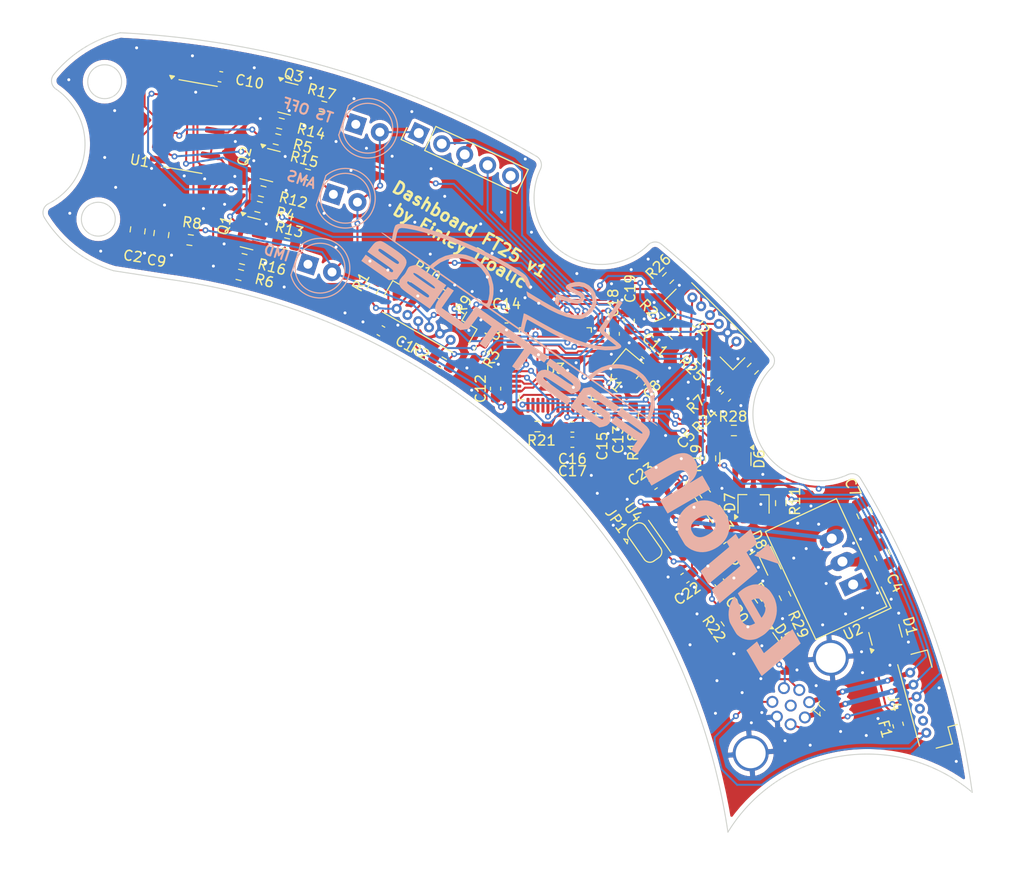
<source format=kicad_pcb>
(kicad_pcb
	(version 20240108)
	(generator "pcbnew")
	(generator_version "8.0")
	(general
		(thickness 1.6)
		(legacy_teardrops no)
	)
	(paper "A4")
	(layers
		(0 "F.Cu" signal)
		(31 "B.Cu" signal)
		(32 "B.Adhes" user "B.Adhesive")
		(33 "F.Adhes" user "F.Adhesive")
		(34 "B.Paste" user)
		(35 "F.Paste" user)
		(36 "B.SilkS" user "B.Silkscreen")
		(37 "F.SilkS" user "F.Silkscreen")
		(38 "B.Mask" user)
		(39 "F.Mask" user)
		(40 "Dwgs.User" user "User.Drawings")
		(41 "Cmts.User" user "User.Comments")
		(42 "Eco1.User" user "User.Eco1")
		(43 "Eco2.User" user "User.Eco2")
		(44 "Edge.Cuts" user)
		(45 "Margin" user)
		(46 "B.CrtYd" user "B.Courtyard")
		(47 "F.CrtYd" user "F.Courtyard")
		(48 "B.Fab" user)
		(49 "F.Fab" user)
		(50 "User.1" user)
		(51 "User.2" user)
		(52 "User.3" user)
		(53 "User.4" user)
		(54 "User.5" user)
		(55 "User.6" user)
		(56 "User.7" user)
		(57 "User.8" user)
		(58 "User.9" user)
	)
	(setup
		(pad_to_mask_clearance 0)
		(allow_soldermask_bridges_in_footprints no)
		(pcbplotparams
			(layerselection 0x00010fc_ffffffff)
			(plot_on_all_layers_selection 0x0000000_00000000)
			(disableapertmacros no)
			(usegerberextensions no)
			(usegerberattributes yes)
			(usegerberadvancedattributes yes)
			(creategerberjobfile yes)
			(dashed_line_dash_ratio 12.000000)
			(dashed_line_gap_ratio 3.000000)
			(svgprecision 4)
			(plotframeref no)
			(viasonmask no)
			(mode 1)
			(useauxorigin no)
			(hpglpennumber 1)
			(hpglpenspeed 20)
			(hpglpendiameter 15.000000)
			(pdf_front_fp_property_popups yes)
			(pdf_back_fp_property_popups yes)
			(dxfpolygonmode yes)
			(dxfimperialunits yes)
			(dxfusepcbnewfont yes)
			(psnegative no)
			(psa4output no)
			(plotreference yes)
			(plotvalue yes)
			(plotfptext yes)
			(plotinvisibletext no)
			(sketchpadsonfab no)
			(subtractmaskfromsilk no)
			(outputformat 1)
			(mirror no)
			(drillshape 1)
			(scaleselection 1)
			(outputdirectory "")
		)
	)
	(net 0 "")
	(net 1 "GND")
	(net 2 "Net-(U3-PF0)")
	(net 3 "Net-(U3-PF1)")
	(net 4 "+3.3V")
	(net 5 "/NRST")
	(net 6 "/CAN/Vref")
	(net 7 "/CANH")
	(net 8 "/CANL")
	(net 9 "Net-(D1-A)")
	(net 10 "+BATT")
	(net 11 "Net-(JP1-C)")
	(net 12 "Net-(Q1-D)")
	(net 13 "Net-(Q1-G)")
	(net 14 "Net-(Q2-D)")
	(net 15 "Net-(Q2-G)")
	(net 16 "Net-(Q3-G)")
	(net 17 "Net-(U3-BOOT0)")
	(net 18 "Net-(U4-Rs)")
	(net 19 "+24V")
	(net 20 "unconnected-(U3-PA6-Pad16)")
	(net 21 "unconnected-(U3-PB2-Pad20)")
	(net 22 "/CAN/CAN_RX")
	(net 23 "unconnected-(U3-PC15-Pad4)")
	(net 24 "unconnected-(U3-PB14-Pad27)")
	(net 25 "/R2D_BTN")
	(net 26 "unconnected-(U3-PB7-Pad43)")
	(net 27 "/TS ON_BTN")
	(net 28 "Net-(Q3-D)")
	(net 29 "Net-(D2-K)")
	(net 30 "unconnected-(U3-PA15-Pad38)")
	(net 31 "/SWCLK")
	(net 32 "unconnected-(U3-PB4-Pad40)")
	(net 33 "/SDC_In")
	(net 34 "Net-(D3-K)")
	(net 35 "/LEDs/IMD_LED")
	(net 36 "unconnected-(U3-PB12-Pad25)")
	(net 37 "/CAN/CAN_TX")
	(net 38 "unconnected-(U3-PC14-Pad3)")
	(net 39 "/LEDs/AMS_LED")
	(net 40 "/RaceMode_Out")
	(net 41 "Net-(D4-K)")
	(net 42 "unconnected-(U3-PA10-Pad31)")
	(net 43 "/LEDs/TSOFF_LED")
	(net 44 "unconnected-(J1-Pin_8-Pad8)")
	(net 45 "unconnected-(U3-PB9-Pad46)")
	(net 46 "unconnected-(U3-PC13-Pad2)")
	(net 47 "unconnected-(U3-PA8-Pad29)")
	(net 48 "unconnected-(U3-PA9-Pad30)")
	(net 49 "/SWDIO")
	(net 50 "/SDC_Out")
	(net 51 "Net-(J2-Pin_2)")
	(net 52 "Net-(J2-Pin_3)")
	(net 53 "Net-(J2-Pin_6)")
	(net 54 "Net-(J2-Pin_1)")
	(net 55 "Net-(J3-Pin_4)")
	(net 56 "Net-(J3-Pin_6)")
	(net 57 "Net-(J3-Pin_1)")
	(net 58 "Net-(J3-Pin_5)")
	(net 59 "unconnected-(J4-Pin_2-Pad2)")
	(net 60 "unconnected-(J4-Pin_3-Pad3)")
	(net 61 "/TS ON_R")
	(net 62 "/TS ON_G")
	(net 63 "Net-(R12-Pad1)")
	(net 64 "Net-(R14-Pad1)")
	(net 65 "Net-(R16-Pad1)")
	(net 66 "/TS ON_B")
	(net 67 "/R2D_R")
	(net 68 "/R2D_G")
	(net 69 "/R2D_B")
	(net 70 "Net-(U1-Pad12)")
	(net 71 "unconnected-(U3-PB3-Pad39)")
	(net 72 "Net-(U3-PB15)")
	(net 73 "unconnected-(D7-K-Pad1)")
	(net 74 "Net-(U3-PB10)")
	(net 75 "unconnected-(U3-PB13-Pad26)")
	(net 76 "Net-(U3-PB8)")
	(net 77 "unconnected-(U3-PB11-Pad22)")
	(net 78 "Net-(D8-A)")
	(net 79 "/LEDs/~{Power_on_test}")
	(footprint "Capacitor_SMD:C_0805_2012Metric_Pad1.18x1.45mm_HandSolder" (layer "F.Cu") (at 158.2 100 -65))
	(footprint "Resistor_SMD:R_0603_1608Metric_Pad0.98x0.95mm_HandSolder" (layer "F.Cu") (at 138.5 76.4 45))
	(footprint "Resistor_SMD:R_0603_1608Metric_Pad0.98x0.95mm_HandSolder" (layer "F.Cu") (at 100.166397 72.92509 -14))
	(footprint "Resistor_SMD:R_0603_1608Metric_Pad0.98x0.95mm_HandSolder" (layer "F.Cu") (at 142.171321 97.959043 125))
	(footprint "Resistor_SMD:R_0603_1608Metric_Pad0.98x0.95mm_HandSolder" (layer "F.Cu") (at 135 90.2125 90))
	(footprint "Capacitor_SMD:C_0603_1608Metric_Pad1.08x0.95mm_HandSolder" (layer "F.Cu") (at 135.8 86.7 -130))
	(footprint "Capacitor_SMD:C_0603_1608Metric_Pad1.08x0.95mm_HandSolder" (layer "F.Cu") (at 140.19471 106.506519 35))
	(footprint "Dashboard:JST_GH_THT_1x06-1MP_P1.25mm_Vertical" (layer "F.Cu") (at 164.507096 122.25817 105))
	(footprint "Crystal:Crystal_SMD_2016-4Pin_2.0x1.6mm" (layer "F.Cu") (at 134.286051 85.261754 -130))
	(footprint "Resistor_SMD:R_0603_1608Metric_Pad0.98x0.95mm_HandSolder" (layer "F.Cu") (at 99.276017 62.483872 166))
	(footprint "Resistor_SMD:R_0603_1608Metric_Pad0.98x0.95mm_HandSolder" (layer "F.Cu") (at 115.9 78.1 150))
	(footprint "Resistor_SMD:R_0603_1608Metric_Pad0.98x0.95mm_HandSolder" (layer "F.Cu") (at 97.433849 69.27033 -14))
	(footprint "Resistor_SMD:R_0603_1608Metric_Pad0.98x0.95mm_HandSolder" (layer "F.Cu") (at 149.8 98.9875 -90))
	(footprint "LED_SMD:LED_0603_1608Metric_Pad1.05x0.95mm_HandSolder" (layer "F.Cu") (at 148.825 105.175 -65))
	(footprint "Resistor_SMD:R_0603_1608Metric_Pad0.98x0.95mm_HandSolder" (layer "F.Cu") (at 119.6 83.7 60))
	(footprint "Dashboard:Phoenix_SACC-DSI-M8FS-8CON-M10" (layer "F.Cu") (at 150.8 119.3 -130))
	(footprint "Package_QFP:LQFP-48_7x7mm_P0.5mm" (layer "F.Cu") (at 127.2 85 180))
	(footprint "Dashboard:JST_GH_THT_1x06-1MP_P1.25mm_Vertical" (layer "F.Cu") (at 116.935336 82.685464 150))
	(footprint "Resistor_SMD:R_0603_1608Metric_Pad0.98x0.95mm_HandSolder" (layer "F.Cu") (at 90.565115 72.585533 -8))
	(footprint "Capacitor_SMD:C_0603_1608Metric_Pad1.08x0.95mm_HandSolder" (layer "F.Cu") (at 122.3 80.4 180))
	(footprint "Capacitor_SMD:C_0805_2012Metric_Pad1.18x1.45mm_HandSolder" (layer "F.Cu") (at 160 104.2 115))
	(footprint "Capacitor_SMD:C_0603_1608Metric_Pad1.08x0.95mm_HandSolder" (layer "F.Cu") (at 137.001229 97.111809 35))
	(footprint "Resistor_SMD:R_0603_1608Metric_Pad0.98x0.95mm_HandSolder" (layer "F.Cu") (at 142.75 94.5 90))
	(footprint "Package_TO_SOT_SMD:SOT-23" (layer "F.Cu") (at 148.09471 113.406519 -55))
	(footprint "Resistor_SMD:R_0603_1608Metric_Pad0.98x0.95mm_HandSolder" (layer "F.Cu") (at 146.9 109.1 -55))
	(footprint "Resistor_SMD:R_0603_1608Metric_Pad0.98x0.95mm_HandSolder" (layer "F.Cu") (at 99.631673 60.895316 -14))
	(footprint "Package_TO_SOT_SMD:SOT-23" (layer "F.Cu") (at 145.25 94.5625 -90))
	(footprint "Capacitor_SMD:C_0603_1608Metric_Pad1.08x0.95mm_HandSolder" (layer "F.Cu") (at 133.4 89.5 -90))
	(footprint "Resistor_SMD:R_0603_1608Metric_Pad0.98x0.95mm_HandSolder" (layer "F.Cu") (at 97.8 67.7 -14))
	(footprint "Jumper:SolderJumper-3_P1.3mm_Open_RoundedPad1.0x1.5mm" (layer "F.Cu") (at 136.14906 102.941621 -55))
	(footprint "Resistor_SMD:R_0603_1608Metric_Pad0.98x0.95mm_HandSolder" (layer "F.Cu") (at 103.9 59.2 166))
	(footprint "Resistor_SMD:R_0603_1608Metric_Pad0.98x0.95mm_HandSolder" (layer "F.Cu") (at 145.1 91.7 180))
	(footprint "Resistor_SMD:R_0603_1608Metric_Pad0.98x0.95mm_HandSolder" (layer "F.Cu") (at 115.8 84.9 150))
	(footprint "Capacitor_SMD:C_0603_1608Metric_Pad1.08x0.95mm_HandSolder" (layer "F.Cu") (at 121.2 87.5 90))
	(footprint "Capacitor_SMD:C_0603_1608Metric_Pad1.08x0.95mm_HandSolder" (layer "F.Cu") (at 134.6 80.6625 90))
	(footprint "Package_TO_SOT_SMD:SOT-23" (layer "F.Cu") (at 160.3 112.2 105))
	(footprint "Capacitor_SMD:C_0603_1608Metric_Pad1.08x0.95mm_HandSolder"
		(layer "F.Cu")
		(uuid "825bbd32-6766-4eba-b5b1-bfe949fd9a28")
		(at 93.6 56.2 -10)
		(descr "Capacitor SMD 0603 (1608 Metric), square (rectangular) end terminal, IPC_7351 nominal with elongated pad for handsoldering. (Body size source: IPC-SM-782 page 76, https://www.pcb-3d.com/wordpress/wp-content/uploads/ipc-sm-782a_amendment_1_and_2.pdf), generated with kicad-footprint-generator")
		(tags "capacitor handsolder")
		(property "Reference" "C10"
			(at 2.973156 -0.017964 170)
			(layer "F.SilkS")
			(uuid "3e35e33c-780d-489e-b79a-5555fc05ecfc")
			(effects
				(font
					(size 1 1)
					(thickness 0.15)
				)
			)
		)
		(property "Value" "100n"
			(at -0.000001 1.43 170)
			(layer "F.Fab")
			(uuid "37ac06f3-9428-486f-9a85-d844b6ee79df")
			(effects
				(font
					(size 1 1)
					(thickness 0.15)
				)
			)
		)
		(property "Footprint" "Capacitor_SMD:C_0603_1608Metric_Pad1.08x0.95mm_HandSolder"
			(at 0 0 -10)
			(unlocked yes)
			(layer "F.Fab")
			(hide yes)
			(uuid "b07f4152-8d4f-48d1-babd-eb2a0e3f4e6a")
			(effects
				(font
					(size 1.27 1.27)
					(thickness 0.15)
				)
			)
		)
		(property "Datasheet" ""
			(at 0 0 -10)
			(unlocked yes)
			(layer "F.Fab")
			(hide yes)
			(uuid "6160a584-6d44-4d53-b068-890803f9eb2b")
			(effects
				(font
					(size 1.27 1.27)
					(thickness 0.15)
				)
			)
		)
		(property "Description" "Unpolarized capacitor"
			(at 0 0 -10)
			(unlocked yes)
			(layer "F.Fab")
			(hide yes)
			(uuid "6672c00d-a8be-4b04-9753-1e0f30b434df")
			(effects
				(font
					(size 1.27 1.27)
					(thickness 0.15)
				)
			)
		)
		(property ki_fp_filters "C_*")
		(path "/4b60d8b7-48f6-4ea7-96e0-db80cb9a47fa/ee0a2f7b-7d59-461f-9e36-3b5dbc7a61b1")
		(sheetname "LEDs")
		(sheetfile "leds.kicad_sch")
		(attr smd)
		(fp_line
			(start -0.146267 0.51)
			(end 0.146267 0.51)
		
... [772788 chars truncated]
</source>
